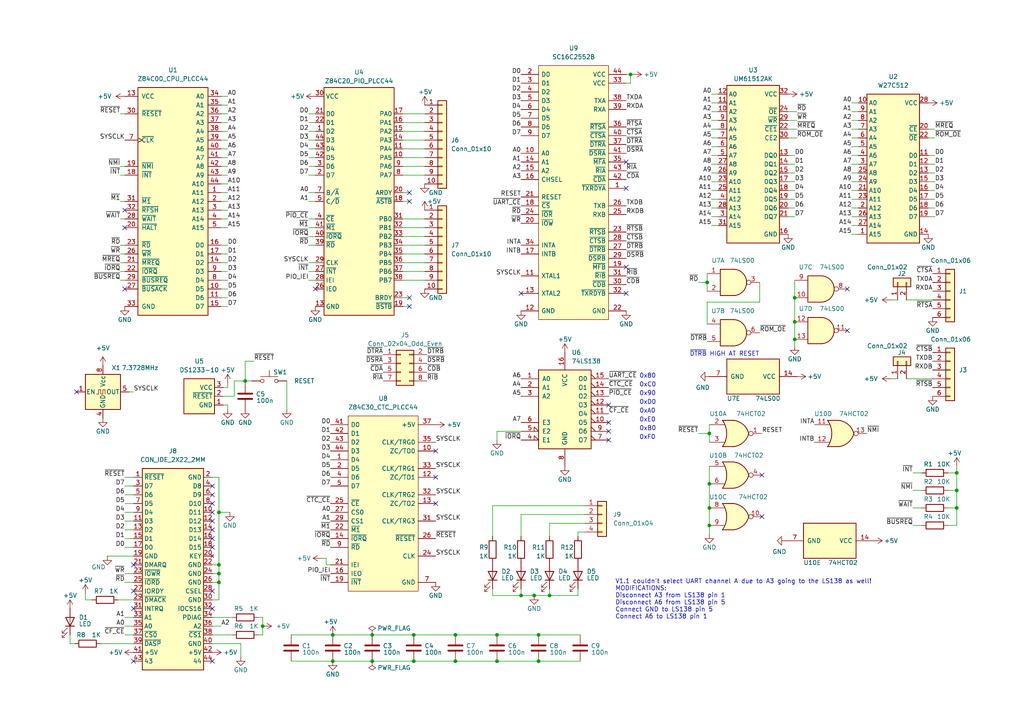
<source format=kicad_sch>
(kicad_sch (version 20231120) (generator "eeschema") (generator_version "8.0")
  (paper "A4")
  (junction (at 132.08 184.15))
  (junction (at 182.88 21.59))
  (junction (at 205.74 125.73))
  (junction (at 144.145 191.77))
  (junction (at 76.2 181.61))
  (junction (at 205.74 147.32))
  (junction (at 107.95 191.77))
  (junction (at 63.5 148.59))
  (junction (at 230.505 93.345))
  (junction (at 96.52 191.77))
  (junction (at 277.495 137.16))
  (junction (at 277.495 147.32))
  (junction (at 156.21 191.77))
  (junction (at 205.74 152.4))
  (junction (at 159.385 172.72))
  (junction (at 151.13 172.72))
  (junction (at 96.52 184.15))
  (junction (at 132.08 191.77))
  (junction (at 107.95 184.15))
  (junction (at 63.5 163.83))
  (junction (at 205.74 140.335))
  (junction (at 205.105 81.915))
  (junction (at 63.5 168.91))
  (junction (at 277.495 142.24))
  (junction (at 144.145 184.15))
  (junction (at 120.015 184.15))
  (junction (at 71.12 110.49))
  (junction (at 154.94 172.72))
  (junction (at 156.21 184.15))
  (junction (at 120.015 191.77))
  (junction (at 230.505 86.36))
  (junction (at 230.505 98.425))
  (junction (at 63.5 166.37))
  (no_connect (at 176.53 122.555))
  (no_connect (at 91.44 83.82))
  (no_connect (at 181.61 85.09))
  (no_connect (at 126.365 138.43))
  (no_connect (at 36.195 66.04))
  (no_connect (at 61.595 148.59))
  (no_connect (at 38.735 163.83))
  (no_connect (at 61.595 176.53))
  (no_connect (at 38.735 176.53))
  (no_connect (at 245.745 83.82))
  (no_connect (at 22.225 113.665))
  (no_connect (at 61.595 171.45))
  (no_connect (at 38.735 191.77))
  (no_connect (at 220.98 149.86))
  (no_connect (at 181.61 46.99))
  (no_connect (at 118.745 86.36))
  (no_connect (at 181.61 77.47))
  (no_connect (at 61.595 191.77))
  (no_connect (at 61.595 151.13))
  (no_connect (at 245.745 95.885))
  (no_connect (at 61.595 153.67))
  (no_connect (at 61.595 156.21))
  (no_connect (at 61.595 146.05))
  (no_connect (at 61.595 140.97))
  (no_connect (at 151.13 85.09))
  (no_connect (at 220.98 137.795))
  (no_connect (at 118.745 88.9))
  (no_connect (at 36.195 60.96))
  (no_connect (at 36.195 83.82))
  (no_connect (at 126.365 146.05))
  (no_connect (at 176.53 125.095))
  (no_connect (at 118.745 55.88))
  (no_connect (at 181.61 54.61))
  (no_connect (at 61.595 143.51))
  (no_connect (at 118.745 58.42))
  (no_connect (at 126.365 130.81))
  (no_connect (at 176.53 127.635))
  (no_connect (at 38.735 171.45))
  (no_connect (at 61.595 158.75))
  (no_connect (at 176.53 117.475))
  (wire (pts (xy 116.84 40.64) (xy 123.19 40.64)))
  (wire (pts (xy 156.21 191.77) (xy 168.275 191.77)))
  (wire (pts (xy 34.925 33.02) (xy 36.195 33.02)))
  (wire (pts (xy 228.6 57.785) (xy 230.505 57.785)))
  (wire (pts (xy 73.025 110.49) (xy 71.12 110.49)))
  (wire (pts (xy 182.88 24.13) (xy 182.88 21.59)))
  (wire (pts (xy 274.955 147.32) (xy 277.495 147.32)))
  (wire (pts (xy 89.535 38.1) (xy 91.44 38.1)))
  (wire (pts (xy 159.385 170.815) (xy 159.385 172.72)))
  (wire (pts (xy 228.6 34.925) (xy 231.14 34.925)))
  (wire (pts (xy 89.535 48.26) (xy 91.44 48.26)))
  (wire (pts (xy 67.945 110.49) (xy 71.12 110.49)))
  (wire (pts (xy 206.375 65.405) (xy 208.28 65.405)))
  (wire (pts (xy 274.955 152.4) (xy 277.495 152.4)))
  (wire (pts (xy 36.195 168.91) (xy 38.735 168.91)))
  (wire (pts (xy 264.795 147.32) (xy 267.335 147.32)))
  (wire (pts (xy 142.875 146.685) (xy 142.875 155.575)))
  (wire (pts (xy 169.545 146.685) (xy 142.875 146.685)))
  (wire (pts (xy 206.375 34.925) (xy 208.28 34.925)))
  (wire (pts (xy 247.015 50.165) (xy 248.92 50.165)))
  (wire (pts (xy 206.375 45.085) (xy 208.28 45.085)))
  (wire (pts (xy 228.6 55.245) (xy 230.505 55.245)))
  (wire (pts (xy 36.195 148.59) (xy 38.735 148.59)))
  (wire (pts (xy 202.565 81.915) (xy 205.105 81.915)))
  (wire (pts (xy 36.195 181.61) (xy 38.735 181.61)))
  (wire (pts (xy 83.185 110.49) (xy 83.185 118.745)))
  (wire (pts (xy 247.015 42.545) (xy 248.92 42.545)))
  (wire (pts (xy 64.135 50.8) (xy 66.04 50.8)))
  (wire (pts (xy 107.95 191.77) (xy 120.015 191.77)))
  (wire (pts (xy 230.505 81.28) (xy 230.505 86.36)))
  (wire (pts (xy 144.145 184.15) (xy 156.21 184.15)))
  (wire (pts (xy 120.015 184.15) (xy 132.08 184.15)))
  (wire (pts (xy 24.765 172.085) (xy 24.765 173.99)))
  (wire (pts (xy 76.2 179.07) (xy 74.93 179.07)))
  (wire (pts (xy 247.015 29.845) (xy 248.92 29.845)))
  (wire (pts (xy 258.445 86.995) (xy 260.35 86.995)))
  (wire (pts (xy 169.545 149.225) (xy 151.13 149.225)))
  (wire (pts (xy 116.84 45.72) (xy 123.19 45.72)))
  (wire (pts (xy 247.015 60.325) (xy 248.92 60.325)))
  (wire (pts (xy 205.105 81.915) (xy 205.105 84.455)))
  (wire (pts (xy 167.64 172.72) (xy 167.64 170.815)))
  (wire (pts (xy 34.925 76.2) (xy 36.195 76.2)))
  (wire (pts (xy 64.135 58.42) (xy 66.04 58.42)))
  (wire (pts (xy 74.93 184.15) (xy 76.2 184.15)))
  (wire (pts (xy 116.84 33.02) (xy 123.19 33.02)))
  (wire (pts (xy 67.945 110.49) (xy 67.945 114.935)))
  (wire (pts (xy 169.545 151.765) (xy 159.385 151.765)))
  (wire (pts (xy 247.015 65.405) (xy 248.92 65.405)))
  (wire (pts (xy 64.135 78.74) (xy 66.04 78.74)))
  (wire (pts (xy 89.535 71.12) (xy 91.44 71.12)))
  (wire (pts (xy 269.24 55.245) (xy 271.145 55.245)))
  (wire (pts (xy 116.84 43.18) (xy 123.19 43.18)))
  (wire (pts (xy 144.145 191.77) (xy 156.21 191.77)))
  (wire (pts (xy 228.6 50.165) (xy 230.505 50.165)))
  (wire (pts (xy 34.925 73.66) (xy 36.195 73.66)))
  (wire (pts (xy 36.195 138.43) (xy 38.735 138.43)))
  (wire (pts (xy 89.535 81.28) (xy 91.44 81.28)))
  (wire (pts (xy 66.04 117.475) (xy 66.04 118.745)))
  (wire (pts (xy 36.195 179.07) (xy 38.735 179.07)))
  (wire (pts (xy 206.375 57.785) (xy 208.28 57.785)))
  (wire (pts (xy 228.6 37.465) (xy 231.14 37.465)))
  (wire (pts (xy 67.945 114.935) (xy 64.77 114.935)))
  (wire (pts (xy 262.89 86.995) (xy 270.51 86.995)))
  (wire (pts (xy 36.195 153.67) (xy 38.735 153.67)))
  (wire (pts (xy 61.595 168.91) (xy 63.5 168.91)))
  (wire (pts (xy 34.925 71.12) (xy 36.195 71.12)))
  (wire (pts (xy 116.84 88.9) (xy 118.745 88.9)))
  (wire (pts (xy 64.135 45.72) (xy 66.04 45.72)))
  (wire (pts (xy 36.195 166.37) (xy 38.735 166.37)))
  (wire (pts (xy 277.495 147.32) (xy 277.495 142.24)))
  (wire (pts (xy 159.385 172.72) (xy 167.64 172.72)))
  (wire (pts (xy 36.195 184.15) (xy 38.735 184.15)))
  (wire (pts (xy 206.375 50.165) (xy 208.28 50.165)))
  (wire (pts (xy 258.445 109.855) (xy 260.35 109.855)))
  (wire (pts (xy 181.61 21.59) (xy 182.88 21.59)))
  (wire (pts (xy 167.64 154.305) (xy 167.64 155.575)))
  (wire (pts (xy 264.795 137.16) (xy 267.335 137.16)))
  (wire (pts (xy 247.015 67.945) (xy 248.92 67.945)))
  (wire (pts (xy 64.135 88.9) (xy 66.04 88.9)))
  (wire (pts (xy 206.375 62.865) (xy 208.28 62.865)))
  (wire (pts (xy 63.5 148.59) (xy 66.675 148.59)))
  (wire (pts (xy 205.74 140.335) (xy 205.74 147.32)))
  (wire (pts (xy 20.32 184.15) (xy 20.32 186.69)))
  (wire (pts (xy 154.94 172.72) (xy 159.385 172.72)))
  (wire (pts (xy 34.29 173.99) (xy 38.735 173.99)))
  (wire (pts (xy 36.195 143.51) (xy 38.735 143.51)))
  (wire (pts (xy 116.84 68.58) (xy 123.19 68.58)))
  (wire (pts (xy 63.5 148.59) (xy 63.5 138.43)))
  (wire (pts (xy 63.5 163.83) (xy 63.5 148.59)))
  (wire (pts (xy 277.495 135.255) (xy 277.495 137.16)))
  (wire (pts (xy 116.84 58.42) (xy 118.745 58.42)))
  (wire (pts (xy 116.84 38.1) (xy 123.19 38.1)))
  (wire (pts (xy 94.615 161.925) (xy 93.345 161.925)))
  (wire (pts (xy 61.595 184.15) (xy 67.31 184.15)))
  (wire (pts (xy 96.52 184.15) (xy 107.95 184.15)))
  (wire (pts (xy 89.535 40.64) (xy 91.44 40.64)))
  (wire (pts (xy 205.74 123.19) (xy 205.74 125.73)))
  (wire (pts (xy 228.6 47.625) (xy 230.505 47.625)))
  (wire (pts (xy 64.135 35.56) (xy 66.04 35.56)))
  (wire (pts (xy 89.535 63.5) (xy 91.44 63.5)))
  (wire (pts (xy 120.015 191.77) (xy 132.08 191.77)))
  (wire (pts (xy 264.795 142.24) (xy 267.335 142.24)))
  (wire (pts (xy 116.84 66.04) (xy 123.19 66.04)))
  (wire (pts (xy 151.13 149.225) (xy 151.13 155.575)))
  (wire (pts (xy 36.195 151.13) (xy 38.735 151.13)))
  (wire (pts (xy 262.89 109.855) (xy 270.51 109.855)))
  (wire (pts (xy 269.24 57.785) (xy 271.145 57.785)))
  (wire (pts (xy 228.6 40.005) (xy 231.14 40.005)))
  (wire (pts (xy 116.84 50.8) (xy 123.19 50.8)))
  (wire (pts (xy 34.925 50.8) (xy 36.195 50.8)))
  (wire (pts (xy 116.84 81.28) (xy 123.19 81.28)))
  (wire (pts (xy 66.04 112.395) (xy 66.04 111.125)))
  (wire (pts (xy 94.615 163.83) (xy 94.615 161.925)))
  (wire (pts (xy 69.85 186.69) (xy 69.85 190.5)))
  (wire (pts (xy 63.5 138.43) (xy 61.595 138.43)))
  (wire (pts (xy 89.535 45.72) (xy 91.44 45.72)))
  (wire (pts (xy 277.495 142.24) (xy 277.495 137.16)))
  (wire (pts (xy 76.2 184.15) (xy 76.2 181.61)))
  (wire (pts (xy 247.015 45.085) (xy 248.92 45.085)))
  (wire (pts (xy 269.24 37.465) (xy 271.145 37.465)))
  (wire (pts (xy 64.135 66.04) (xy 66.04 66.04)))
  (wire (pts (xy 64.135 27.94) (xy 66.04 27.94)))
  (wire (pts (xy 247.015 47.625) (xy 248.92 47.625)))
  (wire (pts (xy 205.74 125.73) (xy 205.74 128.27)))
  (wire (pts (xy 247.015 57.785) (xy 248.92 57.785)))
  (wire (pts (xy 61.595 181.61) (xy 64.135 181.61)))
  (wire (pts (xy 76.2 181.61) (xy 76.2 179.07)))
  (wire (pts (xy 228.6 60.325) (xy 230.505 60.325)))
  (wire (pts (xy 206.375 47.625) (xy 208.28 47.625)))
  (wire (pts (xy 151.13 125.095) (xy 144.145 125.095)))
  (wire (pts (xy 181.61 24.13) (xy 182.88 24.13)))
  (wire (pts (xy 63.5 166.37) (xy 63.5 168.91)))
  (wire (pts (xy 269.24 40.005) (xy 271.145 40.005)))
  (wire (pts (xy 71.12 104.775) (xy 71.12 110.49)))
  (wire (pts (xy 89.535 58.42) (xy 91.44 58.42)))
  (wire (pts (xy 89.535 76.2) (xy 91.44 76.2)))
  (wire (pts (xy 247.015 34.925) (xy 248.92 34.925)))
  (wire (pts (xy 64.135 33.02) (xy 66.04 33.02)))
  (wire (pts (xy 151.13 172.72) (xy 154.94 172.72)))
  (wire (pts (xy 64.135 60.96) (xy 66.04 60.96)))
  (wire (pts (xy 264.795 152.4) (xy 267.335 152.4)))
  (wire (pts (xy 64.135 30.48) (xy 66.04 30.48)))
  (wire (pts (xy 63.5 166.37) (xy 61.595 166.37)))
  (wire (pts (xy 64.135 81.28) (xy 66.04 81.28)))
  (wire (pts (xy 63.5 163.83) (xy 63.5 166.37)))
  (wire (pts (xy 64.135 48.26) (xy 66.04 48.26)))
  (wire (pts (xy 206.375 60.325) (xy 208.28 60.325)))
  (wire (pts (xy 205.74 135.255) (xy 205.74 140.335)))
  (wire (pts (xy 116.84 55.88) (xy 118.745 55.88)))
  (wire (pts (xy 269.24 52.705) (xy 271.145 52.705)))
  (wire (pts (xy 107.95 184.15) (xy 120.015 184.15)))
  (wire (pts (xy 84.455 184.15) (xy 96.52 184.15)))
  (wire (pts (xy 38.735 113.665) (xy 37.465 113.665)))
  (wire (pts (xy 142.875 170.815) (xy 142.875 172.72)))
  (wire (pts (xy 89.535 43.18) (xy 91.44 43.18)))
  (wire (pts (xy 64.135 86.36) (xy 66.04 86.36)))
  (wire (pts (xy 63.5 168.91) (xy 63.5 173.99)))
  (wire (pts (xy 64.77 112.395) (xy 66.04 112.395)))
  (wire (pts (xy 31.115 161.29) (xy 38.735 161.29)))
  (wire (pts (xy 269.24 45.085) (xy 271.145 45.085)))
  (wire (pts (xy 116.84 71.12) (xy 123.19 71.12)))
  (wire (pts (xy 269.24 62.865) (xy 271.145 62.865)))
  (wire (pts (xy 64.135 40.64) (xy 66.04 40.64)))
  (wire (pts (xy 220.345 87.63) (xy 205.105 87.63)))
  (wire (pts (xy 64.77 117.475) (xy 66.04 117.475)))
  (wire (pts (xy 64.135 55.88) (xy 66.04 55.88)))
  (wire (pts (xy 206.375 40.005) (xy 208.28 40.005)))
  (wire (pts (xy 151.13 170.815) (xy 151.13 172.72)))
  (wire (pts (xy 89.535 35.56) (xy 91.44 35.56)))
  (wire (pts (xy 34.925 58.42) (xy 36.195 58.42)))
  (wire (pts (xy 206.375 32.385) (xy 208.28 32.385)))
  (wire (pts (xy 274.955 142.24) (xy 277.495 142.24)))
  (wire (pts (xy 247.015 55.245) (xy 248.92 55.245)))
  (wire (pts (xy 116.84 78.74) (xy 123.19 78.74)))
  (wire (pts (xy 142.875 172.72) (xy 151.13 172.72)))
  (wire (pts (xy 89.535 66.04) (xy 91.44 66.04)))
  (wire (pts (xy 64.135 63.5) (xy 66.04 63.5)))
  (wire (pts (xy 269.24 47.625) (xy 271.145 47.625)))
  (wire (pts (xy 89.535 55.88) (xy 91.44 55.88)))
  (wire (pts (xy 247.015 32.385) (xy 248.92 32.385)))
  (wire (pts (xy 34.925 78.74) (xy 36.195 78.74)))
  (wire (pts (xy 132.08 184.15) (xy 144.145 184.15)))
  (wire (pts (xy 156.21 184.15) (xy 168.275 184.15)))
  (wire (pts (xy 84.455 191.77) (xy 96.52 191.77)))
  (wire (pts (xy 89.535 68.58) (xy 91.44 68.58)))
  (wire (pts (xy 182.88 21.59) (xy 183.515 21.59)))
  (wire (pts (xy 21.59 186.69) (xy 20.32 186.69)))
  (wire (pts (xy 247.015 52.705) (xy 248.92 52.705)))
  (wire (pts (xy 205.74 147.32) (xy 205.74 152.4)))
  (wire (pts (xy 64.135 76.2) (xy 66.04 76.2)))
  (wire (pts (xy 116.84 73.66) (xy 123.19 73.66)))
  (wire (pts (xy 64.135 43.18) (xy 66.04 43.18)))
  (wire (pts (xy 230.505 93.345) (xy 230.505 98.425)))
  (wire (pts (xy 228.6 52.705) (xy 230.505 52.705)))
  (wire (pts (xy 116.84 76.2) (xy 123.19 76.2)))
  (wire (pts (xy 64.135 38.1) (xy 66.04 38.1)))
  (wire (pts (xy 116.84 63.5) (xy 123.19 63.5)))
  (wire (pts (xy 220.345 81.915) (xy 220.345 87.63)))
  (wire (pts (xy 61.595 179.07) (xy 67.31 179.07)))
  (wire (pts (xy 247.015 37.465) (xy 248.92 37.465)))
  (wire (pts (xy 269.24 60.325) (xy 271.145 60.325)))
  (wire (pts (xy 61.595 163.83) (xy 63.5 163.83)))
  (wire (pts (xy 61.595 173.99) (xy 63.5 173.99)))
  (wire (pts (xy 64.135 71.12) (xy 66.04 71.12)))
  (wire (pts (xy 89.535 33.02) (xy 91.44 33.02)))
  (wire (pts (xy 36.195 158.75) (xy 38.735 158.75)))
  (wire (pts (xy 36.195 140.97) (xy 38.735 140.97)))
  (wire (pts (xy 269.24 50.165) (xy 271.145 50.165)))
  (wire (pts (xy 95.885 163.83) (xy 94.615 163.83)))
  (wire (pts (xy 205.105 87.63) (xy 205.105 93.98)))
  (wire (pts (xy 61.595 186.69) (xy 69.85 186.69)))
  (wire (pts (xy 34.925 48.26) (xy 36.195 48.26)))
  (wire (pts (xy 169.545 154.305) (xy 167.64 154.305)))
  (wire (pts (xy 159.385 151.765) (xy 159.385 155.575)))
  (wire (pts (xy 228.6 62.865) (xy 230.505 62.865)))
  (wire (pts (xy 277.495 137.16) (xy 274.955 137.16)))
  (wire (pts (xy 277.495 152.4) (xy 277.495 147.32)))
  (wire (pts (xy 36.195 156.21) (xy 38.735 156.21)))
  (wire (pts (xy 71.12 110.49) (xy 71.12 111.125)))
  (wire (pts (xy 247.015 62.865) (xy 248.92 62.865)))
  (wire (pts (xy 89.535 78.74) (xy 91.44 78.74)))
  (wire (pts (xy 206.375 29.845) (xy 208.28 29.845)))
  (wire (pts (xy 89.535 50.8) (xy 91.44 50.8)))
  (wire (pts (xy 206.375 42.545) (xy 208.28 42.545)))
  (wire (pts (xy 144.145 125.095) (xy 144.145 127.635)))
  (wire (pts (xy 206.375 52.705) (xy 208.28 52.705)))
  (wire (pts (xy 34.925 81.28) (xy 36.195 81.28)))
  (wire (pts (xy 132.08 191.77) (xy 144.145 191.77)))
  (wire (pts (xy 26.67 173.99) (xy 24.765 173.99)))
  (wire (pts (xy 202.565 125.73) (xy 205.74 125.73)))
  (wire (pts (xy 116.84 48.26) (xy 123.19 48.26)))
  (wire (pts (xy 228.6 32.385) (xy 231.14 32.385)))
  (wire (pts (xy 96.52 191.77) (xy 107.95 191.77)))
  (wire (pts (xy 230.505 98.425) (xy 230.505 100.33)))
  (wire (pts (xy 73.66 104.775) (xy 71.12 104.775)))
  (wire (pts (xy 230.505 86.36) (xy 230.505 93.345)))
  (wire (pts (xy 36.195 146.05) (xy 38.735 146.05)))
  (wire (pts (xy 206.375 27.305) (xy 208.28 27.305)))
  (wire (pts (xy 205.74 152.4) (xy 205.74 154.94)))
  (wire (pts (xy 29.21 186.69) (xy 38.735 186.69)))
  (wire (pts (xy 228.6 45.085) (xy 230.505 45.085)))
  (wire (pts (xy 205.105 79.375) (xy 205.105 81.915)))
  (wire (pts (xy 64.135 83.82) (xy 66.04 83.82)))
  (wire (pts (xy 206.375 55.245) (xy 208.28 55.245)))
  (wire (pts (xy 64.135 73.66) (xy 66.04 73.66)))
  (wire (pts (xy 116.84 35.56) (xy 123.19 35.56)))
  (wire (pts (xy 34.925 63.5) (xy 36.195 63.5)))
  (wire (pts (xy 206.375 37.465) (xy 208.28 37.465)))
  (wire (pts (xy 64.135 53.34) (xy 66.04 53.34)))
  (wire (pts (xy 247.015 40.005) (xy 248.92 40.005)))
  (wire (pts (xy 116.84 86.36) (xy 118.745 86.36)))
  (text "0xC0" (at 185.42 112.395 0) (effects (font (size 1.27 1.27)) (justify left bottom)))
  (text "0x80" (at 185.42 109.855 0) (effects (font (size 1.27 1.27)) (justify left bottom)))
  (text "0xE0" (at 185.42 122.555 0) (effects (font (size 1.27 1.27)) (justify left bottom)))
  (text "0xA0" (at 185.42 120.015 0) (effects (font (size 1.27 1.27)) (justify left bottom)))
  (text "0xD0" (at 185.42 117.475 0) (effects (font (size 1.27 1.27)) (justify left bottom)))
  (text "V1.1 couldn't select UART channel A due to A3 going to the LS138 as well!\nMODIFICATIONS:\nDisconnect A3 from LS138 pin 1\nDisconnect A6 from LS138 pin 5\nConnect GND to LS138 pin 5\nConnect A6 to LS138 pin 1" (at 178.435 179.705 0) (effects (font (size 1.27 1.27)) (justify left bottom)))
  (text "0xB0" (at 185.42 125.095 0) (effects (font (size 1.27 1.27)) (justify left bottom)))
  (text "0xF0" (at 185.42 127.635 0) (effects (font (size 1.27 1.27)) (justify left bottom)))
  (text "~{DTRB} HIGH AT RESET" (at 200.025 103.505 0) (effects (font (size 1.27 1.27)) (justify left bottom)))
  (text "0x90" (at 185.42 114.935 0) (effects (font (size 1.27 1.27)) (justify left bottom)))
  (label "A8" (at 247.015 50.165 180))
  (label "INTB" (at 151.13 73.66 180))
  (label "~{CDB}" (at 181.61 82.55 0))
  (label "~{RIA}" (at 111.125 110.49 180))
  (label "PIO_IEI" (at 89.535 81.28 180))
  (label "A7" (at 151.13 122.555 180))
  (label "D7" (at 151.13 39.37 180))
  (label "TXDB" (at 270.51 104.775 180))
  (label "A10" (at 206.375 52.705 180))
  (label "~{CTSB}" (at 270.51 102.235 180))
  (label "~{IORQ}" (at 34.925 78.74 180))
  (label "~{CTSB}" (at 181.61 69.85 0))
  (label "D2" (at 89.535 38.1 180))
  (label "A3" (at 151.13 52.07 180))
  (label "INTA" (at 236.22 123.19 180))
  (label "D2" (at 36.195 153.67 180))
  (label "A4" (at 151.13 112.395 180))
  (label "D4" (at 36.195 148.59 180))
  (label "A10" (at 66.04 53.34 0))
  (label "~{RD}" (at 231.14 32.385 0))
  (label "~{RD}" (at 202.565 81.915 180))
  (label "A0" (at 66.04 27.94 0))
  (label "A2" (at 247.015 34.925 180))
  (label "A7" (at 206.375 45.085 180))
  (label "D6" (at 230.505 60.325 0))
  (label "D3" (at 230.505 52.705 0))
  (label "A3" (at 206.375 34.925 180))
  (label "~{INT}" (at 264.795 137.16 180))
  (label "A1" (at 95.885 151.13 180))
  (label "D7" (at 36.195 140.97 180))
  (label "A2" (at 151.13 49.53 180))
  (label "D4" (at 151.13 31.75 180))
  (label "SYSCLK" (at 36.195 40.64 180))
  (label "D5" (at 151.13 34.29 180))
  (label "D6" (at 66.04 86.36 0))
  (label "~{RD}" (at 36.195 168.91 180))
  (label "~{WR}" (at 34.925 73.66 180))
  (label "~{CDA}" (at 181.61 52.07 0))
  (label "D5" (at 230.505 57.785 0))
  (label "D1" (at 151.13 24.13 180))
  (label "A3" (at 66.04 35.56 0))
  (label "D0" (at 66.04 71.12 0))
  (label "SYSCLK" (at 126.365 143.51 0))
  (label "D3" (at 271.145 52.705 0))
  (label "D6" (at 36.195 143.51 180))
  (label "D3" (at 151.13 29.21 180))
  (label "D5" (at 95.885 135.89 180))
  (label "~{M1}" (at 34.925 58.42 180))
  (label "~{IORQ}" (at 95.885 156.21 180))
  (label "~{BUSREQ}" (at 264.795 152.4 180))
  (label "~{RD}" (at 89.535 71.12 180))
  (label "~{NMI}" (at 34.925 48.26 180))
  (label "A11" (at 66.04 55.88 0))
  (label "~{RTSB}" (at 270.51 112.395 180))
  (label "D3" (at 95.885 130.81 180))
  (label "~{INT}" (at 34.925 50.8 180))
  (label "D7" (at 271.145 62.865 0))
  (label "A4" (at 206.375 37.465 180))
  (label "A0" (at 95.885 148.59 180))
  (label "D2" (at 66.04 76.2 0))
  (label "A8" (at 206.375 47.625 180))
  (label "A0" (at 36.195 181.61 180))
  (label "~{DSRA}" (at 181.61 44.45 0))
  (label "~{RD}" (at 151.13 62.23 180))
  (label "~{DSRB}" (at 181.61 74.93 0))
  (label "~{CDA}" (at 111.125 107.95 180))
  (label "SYSCLK" (at 38.735 113.665 0))
  (label "A14" (at 206.375 62.865 180))
  (label "A15" (at 206.375 65.405 180))
  (label "~{DTRB}" (at 205.105 99.06 180))
  (label "~{ROM_OE}" (at 220.345 96.52 0))
  (label "~{WAIT}" (at 264.795 147.32 180))
  (label "D2" (at 230.505 50.165 0))
  (label "~{RD}" (at 34.925 71.12 180))
  (label "A1" (at 36.195 179.07 180))
  (label "D1" (at 66.04 73.66 0))
  (label "D4" (at 230.505 55.245 0))
  (label "~{M1}" (at 95.885 153.67 180))
  (label "~{RESET}" (at 73.66 104.775 0))
  (label "D7" (at 66.04 88.9 0))
  (label "~{INT}" (at 89.535 78.74 180))
  (label "~{UART_CE}" (at 151.13 59.69 180))
  (label "~{WAIT}" (at 34.925 63.5 180))
  (label "A5" (at 66.04 40.64 0))
  (label "D1" (at 95.885 125.73 180))
  (label "~{CF_CE}" (at 36.195 184.15 180))
  (label "~{DTRA}" (at 111.125 102.87 180))
  (label "A1" (at 247.015 32.385 180))
  (label "A7" (at 66.04 45.72 0))
  (label "D0" (at 230.505 45.085 0))
  (label "D4" (at 66.04 81.28 0))
  (label "D4" (at 95.885 133.35 180))
  (label "D5" (at 271.145 57.785 0))
  (label "A13" (at 66.04 60.96 0))
  (label "A9" (at 66.04 50.8 0))
  (label "A15" (at 247.015 67.945 180))
  (label "~{MREQ}" (at 231.14 37.465 0))
  (label "A2" (at 64.135 181.61 0))
  (label "D3" (at 66.04 78.74 0))
  (label "A5" (at 151.13 114.935 180))
  (label "SYSCLK" (at 126.365 151.13 0))
  (label "~{CTSA}" (at 181.61 39.37 0))
  (label "D0" (at 95.885 123.19 180))
  (label "A4" (at 66.04 38.1 0))
  (label "D6" (at 151.13 36.83 180))
  (label "~{MREQ}" (at 34.925 76.2 180))
  (label "~{RTSB}" (at 181.61 67.31 0))
  (label "A15" (at 66.04 66.04 0))
  (label "~{ROM_OE}" (at 231.14 40.005 0))
  (label "~{UART_CE}" (at 176.53 109.855 0))
  (label "A1" (at 206.375 29.845 180))
  (label "SYSCLK" (at 126.365 128.27 0))
  (label "~{CDB}" (at 123.825 107.95 0))
  (label "A0" (at 247.015 29.845 180))
  (label "D1" (at 36.195 156.21 180))
  (label "D0" (at 36.195 158.75 180))
  (label "~{NMI}" (at 264.795 142.24 180))
  (label "A6" (at 206.375 42.545 180))
  (label "A14" (at 247.015 65.405 180))
  (label "~{WR}" (at 36.195 166.37 180))
  (label "A7" (at 247.015 47.625 180))
  (label "~{CTC_CE}" (at 95.885 146.05 180))
  (label "RESET" (at 220.98 125.73 0))
  (label "A2" (at 206.375 32.385 180))
  (label "D7" (at 89.535 50.8 180))
  (label "~{IORQ}" (at 151.13 127.635 180))
  (label "~{NMI}" (at 251.46 125.73 0))
  (label "~{DSRB}" (at 123.825 105.41 0))
  (label "D0" (at 271.145 45.085 0))
  (label "A14" (at 66.04 63.5 0))
  (label "~{CTC_CE}" (at 176.53 112.395 0))
  (label "A2" (at 66.04 33.02 0))
  (label "PIO_IEI" (at 95.885 166.37 180))
  (label "~{MREQ}" (at 271.145 37.465 0))
  (label "~{DTRB}" (at 123.825 102.87 0))
  (label "RXDA" (at 270.51 84.455 180))
  (label "A4" (at 247.015 40.005 180))
  (label "~{RIB}" (at 181.61 80.01 0))
  (label "~{DTRA}" (at 181.61 41.91 0))
  (label "RESET" (at 151.13 57.15 180))
  (label "D4" (at 89.535 43.18 180))
  (label "RXDB" (at 181.61 62.23 0))
  (label "D2" (at 151.13 26.67 180))
  (label "A9" (at 206.375 50.165 180))
  (label "~{INT}" (at 95.885 168.91 180))
  (label "SYSCLK" (at 89.535 76.2 180))
  (label "TXDA" (at 270.51 81.915 180))
  (label "~{WR}" (at 231.14 34.925 0))
  (label "D3" (at 36.195 151.13 180))
  (label "~{CF_CE}" (at 176.53 120.015 0))
  (label "~{RESET}" (at 126.365 156.21 0))
  (label "A1" (at 89.535 58.42 180))
  (label "~{RESET}" (at 202.565 125.73 180))
  (label "~{RESET}" (at 36.195 138.43 180))
  (label "~{BUSREQ}" (at 34.925 81.28 180))
  (label "SYSCLK" (at 151.13 80.01 180))
  (label "~{IORQ}" (at 89.535 68.58 180))
  (label "~{CTSA}" (at 270.51 79.375 180))
  (label "A8" (at 66.04 48.26 0))
  (label "A5" (at 206.375 40.005 180))
  (label "~{DSRA}" (at 111.125 105.41 180))
  (label "A13" (at 247.015 62.865 180))
  (label "A0" (at 151.13 44.45 180))
  (label "A1" (at 151.13 46.99 180))
  (label "D5" (at 89.535 45.72 180))
  (label "~{RESET}" (at 34.925 33.02 180))
  (label "~{DTRB}" (at 181.61 72.39 0))
  (label "A11" (at 247.015 57.785 180))
  (label "RXDA" (at 181.61 31.75 0))
  (label "A6" (at 151.13 109.855 180))
  (label "A3" (at 247.015 37.465 180))
  (label "~{RIA}" (at 181.61 49.53 0))
  (label "D5" (at 36.195 146.05 180))
  (label "~{RIB}" (at 123.825 110.49 0))
  (label "A0" (at 206.375 27.305 180))
  (label "D1" (at 271.145 47.625 0))
  (label "A12" (at 247.015 60.325 180))
  (label "D1" (at 89.535 35.56 180))
  (label "SYSCLK" (at 126.365 135.89 0))
  (label "~{M1}" (at 89.535 66.04 180))
  (label "A0" (at 89.535 55.88 180))
  (label "TXDB" (at 181.61 59.69 0))
  (label "A11" (at 206.375 55.245 180))
  (label "A10" (at 247.015 55.245 180))
  (label "D6" (at 271.145 60.325 0))
  (label "D7" (at 230.505 62.865 0))
  (label "D2" (at 95.885 128.27 180))
  (label "D0" (at 151.13 21.59 180))
  (label "~{RTSA}" (at 270.51 89.535 180))
  (label "A9" (at 247.015 52.705 180))
  (label "~{RD}" (at 95.885 158.75 180))
  (label "D2" (at 271.145 50.165 0))
  (label "A12" (at 206.375 57.785 180))
  (label "INTB" (at 236.22 128.27 180))
  (label "~{ROM_OE}" (at 271.145 40.005 0))
  (label "INTA" (at 151.13 71.12 180))
  (label "D6" (at 89.535 48.26 180))
  (label "A12" (at 66.04 58.42 0))
  (label "~{PIO_CE}" (at 176.53 114.935 0))
  (label "~{RTSA}" (at 181.61 36.83 0))
  (label "TXDA" (at 181.61 29.21 0))
  (label "RXDB" (at 270.51 107.315 180))
  (label "A1" (at 66.04 30.48 0))
  (label "D6" (at 95.885 138.43 180))
  (label "A5" (at 247.015 42.545 180))
  (label "~{PIO_CE}" (at 89.535 63.5 180))
  (label "SYSCLK" (at 126.365 161.29 0))
  (label "A6" (at 66.04 43.18 0))
  (label "D1" (at 230.505 47.625 0))
  (label "D3" (at 89.535 40.64 180))
  (label "~{WR}" (at 151.13 64.77 180))
  (label "D7" (at 95.885 140.97 180))
  (label "A6" (at 247.015 45.085 180))
  (label "A13" (at 206.375 60.325 180))
  (label "D0" (at 89.535 33.02 180))
  (label "D5" (at 66.04 83.82 0))
  (label "D4" (at 271.145 55.245 0))
  (symbol (lib_id "power:+5V") (at 269.24 29.845 270) (unit 1)
    (property "Reference" "#PWR07" (effects (hide yes)))
    (property "Value" "+5V" (at 272.415 29.845 90) (effects (justify left)))
  )
  (symbol (lib_id "power:GND") (at 31.115 161.29 0) (unit 1)
    (property "Reference" "#PWR040" (effects (hide yes)))
    (property "Value" "GND" (at 28.575 164.465 0))
  )
  (symbol (lib_id "power:GND") (at 71.12 118.745 0) (unit 1)
    (property "Reference" "#PWR019" (effects (hide yes)))
    (property "Value" "GND" (at 71.12 122.555 0))
  )
  (symbol (lib_id "MyLibrary2023:Z84C30_CTC_PLCC44") (at 100.965 121.92 0) (unit 1)
    (property "Reference" "U8" (at 111.125 115.57 0))
    (property "Value" "Z84C30_CTC_PLCC44" (at 111.125 118.11 0))
    (property "Footprint" "Package_LCC:PLCC-44_THT-Socket" (effects (hide yes)))
    (property "Description" "Z8430 Zilog CTC" (effects (hide yes)))
    (property "Manufacturer_Name" "Zilog" (effects (hide yes)))
    (property "Manufacturer_Part_Number" "Z84C3010PEG" (effects (hide yes)))
  )
  (symbol (lib_id "power:+5V") (at 277.495 135.255 0) (unit 1)
    (property "Reference" "#PWR015" (effects (hide yes)))
    (property "Value" "+5V" (at 276.86 131.445 0))
  )
  (symbol (lib_id "Device:R") (at 271.145 152.4 90) (unit 1)
    (property "Reference" "R4" (at 269.24 149.86 90))
    (property "Value" "10K" (at 273.685 149.86 90))
    (property "Footprint" "Resistor_SMD:R_0805_2012Metric_Pad1.20x1.40mm_HandSolder" (effects (hide yes)))
  )
  (symbol (lib_id "Device:C") (at 96.52 187.96 180) (unit 1)
    (property "Reference" "C2" (at 100.965 187.325 0))
    (property "Value" "100n" (at 102.235 189.23 0))
    (property "Footprint" "Capacitor_SMD:C_0805_2012Metric_Pad1.18x1.45mm_HandSolder" (effects (hide yes)))
  )
  (symbol (lib_id "power:+5V") (at 29.845 106.045 0) (unit 1)
    (property "Reference" "#PWR020" (effects (hide yes)))
    (property "Value" "+5V" (at 29.845 100.965 0))
  )
  (symbol (lib_id "power:GND") (at 227.965 156.845 270) (unit 1)
    (property "Reference" "#PWR030" (effects (hide yes)))
    (property "Value" "GND" (at 226.06 160.02 90))
  )
  (symbol (lib_id "Device:LED") (at 167.64 167.005 270) (mirror x) (unit 1)
    (property "Reference" "D5" (at 170.18 165.735 90) (effects (justify left)))
    (property "Value" "LED" (at 170.18 167.64 90) (effects (justify left)))
    (property "Footprint" "LED_SMD:LED_0805_2012Metric_Pad1.15x1.40mm_HandSolder" (effects (hide yes)))
  )
  (symbol (lib_id "Device:LED") (at 159.385 167.005 270) (mirror x) (unit 1)
    (property "Reference" "D4" (at 161.925 165.735 90) (effects (justify left)))
    (property "Value" "LED" (at 161.925 167.64 90) (effects (justify left)))
    (property "Footprint" "LED_SMD:LED_0805_2012Metric_Pad1.15x1.40mm_HandSolder" (effects (hide yes)))
  )
  (symbol (lib_id "74xx:74LS00") (at 218.44 109.22 270) (unit 5)
    (property "Reference" "U7" (at 210.82 115.57 90) (effects (justify left)))
    (property "Value" "74LS00" (at 219.075 115.57 90) (effects (justify left)))
    (property "Footprint" "Package_DIP:DIP-14_W7.62mm_Socket" (effects (hide yes)))
    (property "Datasheet" "http://www.ti.com/lit/gpn/sn74ls00" (effects (hide yes)))
  )
  (symbol (lib_id "power:GND") (at 163.83 135.255 0) (unit 1)
    (property "Reference" "#PWR024" (effects (hide yes)))
    (property "Value" "GND" (at 163.83 139.065 0))
  )
  (symbol (lib_id "power:+5V") (at 258.445 86.995 90) (unit 1)
    (property "Reference" "#PWR026" (effects (hide yes)))
    (property "Value" "+5V" (at 254.635 86.995 90) (effects (justify left)))
  )
  (symbol (lib_id "power:+5V") (at 38.735 189.23 90) (unit 1)
    (property "Reference" "#PWR037" (effects (hide yes)))
    (property "Value" "+5V" (at 35.56 189.23 90) (effects (justify left)))
  )
  (symbol (lib_id "power:+5V") (at 96.52 184.15 0) (unit 1)
    (property "Reference" "#PWR014" (effects (hide yes)))
    (property "Value" "+5V" (at 95.885 180.34 0))
  )
  (symbol (lib_id "power:+5V") (at 76.2 181.61 270) (unit 1)
    (property "Reference" "#PWR039" (effects (hide yes)))
    (property "Value" "+5V" (at 80.01 181.61 90) (effects (justify left)))
  )
  (symbol (lib_id "74xx:74HCT02") (at 213.36 125.73 0) (unit 1)
    (property "Reference" "U10" (at 208.28 120.015 0))
    (property "Value" "74HCT02" (at 217.805 120.015 0))
    (property "Footprint" "Package_DIP:DIP-14_W7.62mm_Socket" (effects (hide yes)))
    (property "Datasheet" "http://www.ti.com/lit/gpn/sn74hct02" (effects (hide yes)))
  )
  (symbol (lib_id "Device:R") (at 271.145 137.16 90) (unit 1)
    (property "Reference" "R1" (at 269.24 134.62 90))
    (property "Value" "10K" (at 273.685 134.62 90))
    (property "Footprint" "Resistor_SMD:R_0805_2012Metric_Pad1.20x1.40mm_HandSolder" (effects (hide yes)))
  )
  (symbol (lib_id "Device:R") (at 271.145 147.32 90) (unit 1)
    (property "Reference" "R3" (at 269.24 144.78 90))
    (property "Value" "10K" (at 273.685 144.78 90))
    (property "Footprint" "Resistor_SMD:R_0805_2012Metric_Pad1.20x1.40mm_HandSolder" (effects (hide yes)))
  )
  (symbol (lib_id "power:+5V") (at 93.345 161.925 90) (unit 1)
    (property "Reference" "#PWR022" (effects (hide yes)))
    (property "Value" "+5V" (at 90.17 161.925 90) (effects (justify left)))
  )
  (symbol (lib_id "power:GND") (at 29.845 121.285 0) (unit 1)
    (property "Reference" "#PWR021" (effects (hide yes)))
    (property "Value" "GND" (at 29.845 125.095 0))
  )
  (symbol (lib_id "Device:C") (at 107.95 187.96 180) (unit 1)
    (property "Reference" "C3" (at 112.395 187.325 0))
    (property "Value" "100n" (at 113.665 189.23 0))
    (property "Footprint" "Capacitor_SMD:C_0805_2012Metric_Pad1.18x1.45mm_HandSolder" (effects (hide yes)))
  )
  (symbol (lib_id "Device:LED") (at 20.32 180.34 270) (mirror x) (unit 1)
    (property "Reference" "D1" (at 22.86 179.07 90) (effects (justify left)))
    (property "Value" "LED" (at 22.86 180.975 90) (effects (justify left)))
    (property "Footprint" "LED_SMD:LED_0805_2012Metric_Pad1.15x1.40mm_HandSolder" (effects (hide yes)))
  )
  (symbol (lib_id "Connector_Generic:Conn_01x10") (at 128.27 40.64 0) (unit 1)
    (property "Reference" "J6" (at 130.81 40.64 0) (effects (justify left)))
    (property "Value" "Conn_01x10" (at 130.81 43.18 0) (effects (justify left)))
    (property "Footprint" "Connector_PinHeader_2.54mm:PinHeader_1x10_P2.54mm_Vertical" (effects (hide yes)))
  )
  (symbol (lib_id "Device:C") (at 71.12 114.935 180) (unit 1)
    (property "Reference" "C5" (at 75.565 114.3 0))
    (property "Value" "100n" (at 76.835 116.205 0))
    (property "Footprint" "Capacitor_SMD:C_0805_2012Metric_Pad1.18x1.45mm_HandSolder" (effects (hide yes)))
  )
  (symbol (lib_id "Connector_Generic:Conn_01x06") (at 275.59 84.455 0) (unit 1)
    (property "Reference" "J1" (at 278.13 84.455 0) (effects (justify left)))
    (property "Value" "Conn_01x06" (at 269.875 75.565 0) (effects (justify left)))
    (property "Footprint" "Connector_PinHeader_2.54mm:PinHeader_1x06_P2.54mm_Vertical" (effects (hide yes)))
  )
  (symbol (lib_id "MyLibrary2023:2MM_44PIN_IDE") (at 50.165 148.59 0) (unit 1)
    (property "Reference" "J8" (at 50.165 130.81 0))
    (property "Value" "CON_IDE_2X22_2MM" (at 50.165 133.35 0))
    (property "Footprint" "MyLibrary2023:CompactFlashHeader_2x22_P2.00mm_Vertical" (effects (hide yes)))
  )
  (symbol (lib_id "Device:LED") (at 142.875 167.005 270) (mirror x) (unit 1)
    (property "Reference" "D2" (at 145.415 165.735 90) (effects (justify left)))
    (property "Value" "LED" (at 145.415 167.64 90) (effects (justify left)))
    (property "Footprint" "LED_SMD:LED_0805_2012Metric_Pad1.15x1.40mm_HandSolder" (effects (hide yes)))
  )
  (symbol (lib_id "power:GND") (at 270.51 114.935 0) (unit 1)
    (property "Reference" "#PWR027" (effects (hide yes)))
    (property "Value" "GND" (at 270.51 118.745 0))
  )
  (symbol (lib_id "power:GND") (at 83.185 118.745 0) (unit 1)
    (property "Reference" "#PWR018" (effects (hide yes)))
    (property "Value" "GND" (at 83.185 122.555 0))
  )
  (symbol (lib_id "Device:C") (at 144.145 187.96 180) (unit 1)
    (property "Reference" "C6" (at 148.59 187.325 0))
    (property "Value" "100n" (at 149.86 189.23 0))
    (property "Footprint" "Capacitor_SMD:C_0805_2012Metric_Pad1.18x1.45mm_HandSolder" (effects (hide yes)))
  )
  (symbol (lib_id "power:+5V") (at 36.195 27.94 90) (unit 1)
    (property "Reference" "#PWR011" (effects (hide yes)))
    (property "Value" "+5V" (at 32.385 27.94 90) (effects (justify left)))
  )
  (symbol (lib_id "74xx:74LS00") (at 238.125 83.82 0) (unit 3)
    (property "Reference" "U7" (at 233.68 77.47 0))
    (property "Value" "74LS00" (at 241.3 77.47 0))
    (property "Footprint" "Package_DIP:DIP-14_W7.62mm_Socket" (effects (hide yes)))
    (property "Datasheet" "http://www.ti.com/lit/gpn/sn74ls00" (effects (hide yes)))
  )
  (symbol (lib_id "MyLibrary2023:Z84C20_PIO_PLCC44") (at 93.98 30.48 0) (unit 1)
    (property "Reference" "U4" (at 104.14 20.955 0))
    (property "Value" "Z84C20_PIO_PLCC44" (at 104.14 23.495 0))
    (property "Footprint" "Package_LCC:PLCC-44_THT-Socket" (effects (hide yes)))
  )
  (symbol (lib_id "power:GND") (at 123.19 83.82 0) (unit 1)
    (property "Reference" "#PWR031" (effects (hide yes)))
    (property "Value" "GND" (at 126.365 86.36 0))
  )
  (symbol (lib_id "power:+5V") (at 24.765 172.085 0) (unit 1)
    (property "Reference" "#PWR041" (effects (hide yes)))
    (property "Value" "+5V" (at 24.765 168.275 0))
  )
  (symbol (lib_id "power:GND") (at 66.04 118.745 0) (unit 1)
    (property "Reference" "#PWR016" (effects (hide yes)))
    (property "Value" "GND" (at 66.04 122.555 0))
  )
  (symbol (lib_id "power:GND") (at 66.675 148.59 0) (unit 1)
    (property "Reference" "#PWR035" (effects (hide yes)))
    (property "Value" "GND" (at 66.675 152.4 0))
  )
  (symbol (lib_id "power:GND") (at 69.85 190.5 0) (unit 1)
    (property "Reference" "#PWR038" (effects (hide yes)))
    (property "Value" "GND" (at 69.85 194.31 0))
  )
  (symbol (lib_id "power:+5V") (at 66.04 111.125 0) (unit 1)
    (property "Reference" "#PWR017" (effects (hide yes)))
    (property "Value" "+5V" (at 66.04 107.315 0))
  )
  (symbol (lib_id "power:PWR_FLAG") (at 107.95 184.15 0) (unit 1)
    (property "Reference" "#FLG01" (effects (hide yes)))
    (property "Value" "PWR_FLAG" (at 114.3 182.245 0))
  )
  (symbol (lib_id "MyLibrary2023:SC16C2552B") (at 158.75 25.4 0) (unit 1)
    (property "Reference" "U9" (at 166.37 13.97 0))
    (property "Value" "SC16C2552B" (at 166.37 16.51 0))
    (property "Footprint" "Package_LCC:PLCC-44_THT-Socket" (effects (hide yes)))
    (property "Datasheet" "https://www.nxp.com/docs/en/data-sheet/SC16C2552B.pdf" (effects (hide yes)))
    (property "Description" "NXP DUART" (effects (hide yes)))
    (property "Manufacturer_Name" "NXP" (effects (hide yes)))
  )
  (symbol (lib_id "Connector_Generic:Conn_01x02") (at 260.35 81.915 90) (unit 1)
    (property "Reference" "J2" (at 260.35 79.375 90) (effects (justify right)))
    (property "Value" "Conn_01x02" (at 251.46 77.47 90) (effects (justify right)))
    (property "Footprint" "Connector_PinHeader_2.54mm:PinHeader_1x02_P2.54mm_Vertical" (effects (hide yes)))
  )
  (symbol (lib_id "power:+5V") (at 20.32 176.53 0) (unit 1)
    (property "Reference" "#PWR042" (effects (hide yes)))
    (property "Value" "+5V" (at 20.32 172.72 0))
  )
  (symbol (lib_id "power:GND") (at 228.6 67.945 0) (unit 1)
    (property "Reference" "#PWR05" (effects (hide yes)))
    (property "Value" "GND" (at 228.6 71.755 0))
  )
  (symbol (lib_id "MyLibrary2023:W27C512") (at 259.08 52.705 0) (unit 1)
    (property "Reference" "U2" (at 259.08 22.225 0))
    (property "Value" "W27C512" (at 259.08 24.765 0))
    (property "Footprint" "Package_DIP:DIP-28_W15.24mm" (effects (hide yes)))
  )
  (symbol (lib_id "Device:R") (at 271.145 142.24 90) (unit 1)
    (property "Reference" "R2" (at 269.24 139.7 90))
    (property "Value" "10K" (at 273.685 139.7 90))
    (property "Footprint" "Resistor_SMD:R_0805_2012Metric_Pad1.20x1.40mm_HandSolder" (effects (hide yes)))
  )
  (symbol (lib_id "power:PWR_FLAG") (at 107.95 191.77 180) (unit 1)
    (property "Reference" "#FLG02" (effects (hide yes)))
    (property "Value" "PWR_FLAG" (at 114.3 193.675 0))
  )
  (symbol (lib_id "power:+5V") (at 61.595 189.23 270) (unit 1)
    (property "Reference" "#PWR036" (effects (hide yes)))
    (property "Value" "+5V" (at 64.77 189.23 90) (effects (justify left)))
  )
  (symbol (lib_id "power:GND") (at 144.145 127.635 0) (unit 1)
    (property "Reference" "#PWR049" (effects (hide yes)))
    (property "Value" "GND" (at 144.145 131.445 0))
  )
  (symbol (lib_id "Device:C") (at 120.015 187.96 180) (unit 1)
    (property "Reference" "C4" (at 124.46 187.325 0))
    (property "Value" "100n" (at 125.73 189.23 0))
    (property "Footprint" "Capacitor_SMD:C_0805_2012Metric_Pad1.18x1.45mm_HandSolder" (effects (hide yes)))
  )
  (symbol (lib_id "power:GND") (at 181.61 90.17 0) (unit 1)
    (property "Reference" "#PWR04" (effects (hide yes)))
    (property "Value" "GND" (at 181.61 93.98 0))
  )
  (symbol (lib_id "74xx:74LS00") (at 238.125 95.885 0) (unit 4)
    (property "Reference" "U7" (at 233.68 89.535 0))
    (property "Value" "74LS00" (at 241.3 89.535 0))
    (property "Footprint" "Package_DIP:DIP-14_W7.62mm_Socket" (effects (hide yes)))
    (property "Datasheet" "http://www.ti.com/lit/gpn/sn74ls00" (effects (hide yes)))
  )
  (symbol (lib_id "Connector_Generic:Conn_01x06") (at 275.59 107.315 0) (unit 1)
    (property "Reference" "J3" (at 278.13 107.315 0) (effects (justify left)))
    (property "Value" "Conn_01x06" (at 269.875 98.425 0) (effects (justify left)))
    (property "Footprint" "Connector_PinHeader_2.54mm:PinHeader_1x06_P2.54mm_Vertical" (effects (hide yes)))
  )
  (symbol (lib_id "power:GND") (at 205.74 109.22 270) (unit 1)
    (property "Reference" "#PWR044" (effects (hide yes)))
    (property "Value" "GND" (at 203.835 112.395 90))
  )
  (symbol (lib_id "power:GND") (at 123.19 53.34 0) (unit 1)
    (property "Reference" "#PWR032" (effects (hide yes)))
    (property "Value" "GND" (at 126.365 55.88 0))
  )
  (symbol (lib_id "Device:C") (at 84.455 187.96 180) (unit 1)
    (property "Reference" "C1" (at 88.9 187.325 0))
    (property "Value" "100n" (at 90.17 189.23 0))
    (property "Footprint" "Capacitor_SMD:C_0805_2012Metric_Pad1.18x1.45mm_HandSolder" (effects (hide yes)))
  )
  (symbol (lib_id "power:GND") (at 126.365 168.91 0) (unit 1)
    (property "Reference" "#PWR03" (effects (hide yes)))
    (property "Value" "GND" (at 126.365 172.72 0))
  )
  (symbol (lib_id "power:+5V") (at 91.44 27.94 90) (unit 1)
    (property "Reference" "#PWR012" (effects (hide yes)))
    (property "Value" "+5V" (at 88.265 27.94 90) (effects (justify left)))
  )
  (symbol (lib_id "74xx:74HCT02") (at 240.665 156.845 270) (unit 5)
    (property "Reference" "U10" (at 235.585 163.195 90))
    (property "Value" "74HCT02" (at 244.475 163.195 90))
    (property "Footprint" "Package_DIP:DIP-14_W7.62mm_Socket" (effects (hide yes)))
    (property "Datasheet" "http://www.ti.com/lit/gpn/sn74hct02" (effects (hide yes)))
  )
  (symbol (lib_id "power:+5V") (at 163.83 102.235 0) (unit 1)
    (property "Reference" "#PWR023" (effects (hide yes)))
    (property "Value" "+5V" (at 163.83 98.425 0))
  )
  (symbol (lib_id "74xx:74HCT02") (at 213.36 149.86 0) (unit 3)
    (property "Reference" "U10" (at 208.28 144.145 0))
    (property "Value" "74HCT02" (at 218.44 144.145 0))
    (property "Footprint" "Package_DIP:DIP-14_W7.62mm_Socket" (effects (hide yes)))
    (property "Datasheet" "http://www.ti.com/lit/gpn/sn74hct02" (effects (hide yes)))
  )
  (symbol (lib_id "power:GND") (at 230.505 100.33 0) (unit 1)
    (property "Reference" "#PWR045" (effects (hide yes)))
    (property "Value" "GND" (at 230.505 104.14 0))
  )
  (symbol (lib_id "MyLibrary2023:DS1233") (at 57.15 114.935 0) (unit 1)
    (property "Reference" "U5" (at 57.785 104.775 0))
    (property "Value" "DS1233-10" (at 57.785 107.315 0))
    (property "Footprint" "Package_TO_SOT_THT:TO-92L_Inline" (effects (hide yes)))
  )
  (symbol (lib_id "power:GND") (at 151.13 90.17 0) (unit 1)
    (property "Reference" "#PWR010" (effects (hide yes)))
    (property "Value" "GND" (at 151.13 93.98 0))
  )
  (symbol (lib_id "Device:R") (at 142.875 159.385 180) (unit 1)
    (property "Reference" "R9" (at 140.335 158.75 0))
    (property "Value" "1K" (at 140.335 161.29 0))
    (property "Footprint" "Resistor_SMD:R_0805_2012Metric_Pad1.20x1.40mm_HandSolder" (effects (hide yes)))
  )
  (symbol (lib_id "Device:R") (at 167.64 159.385 180) (unit 1)
    (property "Reference" "R12" (at 164.465 158.75 0))
    (property "Value" "1K" (at 165.1 161.29 0))
    (property "Footprint" "Resistor_SMD:R_0805_2012Metric_Pad1.20x1.40mm_HandSolder" (effects (hide yes)))
  )
  (symbol (lib_id "power:+5V") (at 253.365 156.845 270) (unit 1)
    (property "Reference" "#PWR029" (effects (hide yes)))
    (property "Value" "+5V" (at 258.445 156.845 90))
  )
  (symbol (lib_id "Device:R") (at 30.48 173.99 90) (unit 1)
    (property "Reference" "R7" (at 28.575 171.45 90))
    (property "Value" "1K" (at 33.02 171.45 90))
    (property "Footprint" "Resistor_SMD:R_0805_2012Metric_Pad1.20x1.40mm_HandSolder" (effects (hide yes)))
  )
  (symbol (lib_id "power:GND") (at 205.74 154.94 0) (unit 1)
    (property "Reference" "#PWR048" (effects (hide yes)))
    (property "Value" "GND" (at 205.74 158.75 0))
  )
  (symbol (lib_id "Device:R") (at 71.12 184.15 90) (unit 1)
    (property "Reference" "R6" (at 69.215 181.61 90))
    (property "Value" "1K" (at 73.66 181.61 90))
    (property "Footprint" "Resistor_SMD:R_0805_2012Metric_Pad1.20x1.40mm_HandSolder" (effects (hide yes)))
  )
  (symbol (lib_id "Connector_Generic:Conn_01x02") (at 260.35 104.775 90) (unit 1)
    (property "Reference" "J4" (at 260.35 102.235 90) (effects (justify right)))
    (property "Value" "Conn_01x02" (at 251.46 100.33 90) (effects (justify right)))
    (property "Footprint" "Connector_PinHeader_2.54mm:PinHeader_1x02_P2.54mm_Vertical" (effects (hide yes)))
  )
  (symbol (lib_id "power:+5V") (at 126.365 123.19 270) (unit 1)
    (property "Reference" "#PWR09" (effects (hide yes)))
    (property "Value" "+5V" (at 129.54 123.19 90) (effects (justify left)))
  )
  (symbol (lib_id "power:+5V") (at 123.19 30.48 0) (unit 1)
    (property "Reference" "#PWR034" (effects (hide yes)))
    (property "Value" "+5V" (at 121.285 26.67 0) (effects (justify left)))
  )
  (symbol (lib_id "Device:LED") (at 151.13 167.005 270) (mirror x) (unit 1)
    (property "Reference" "D3" (at 153.67 165.735 90) (effects (justify left)))
    (property "Value" "LED" (at 153.67 167.64 90) (effects (justify left)))
    (property "Footprint" "LED_SMD:LED_0805_2012Metric_Pad1.15x1.40mm_HandSolder" (effects (hide yes)))
  )
  (symbol (lib_id "power:GND") (at 96.52 191.77 0) (unit 1)
    (property "Reference" "#PWR013" (effects (hide yes)))
    (property "Value" "GND" (at 96.52 195.58 0))
  )
  (symbol (lib_id "power:+5V") (at 231.14 109.22 270) (unit 1)
    (property "Reference" "#PWR043" (effects (hide yes)))
    (property "Value" "+5V" (at 236.22 109.22 90))
  )
  (symbol (lib_id "MyLibrary2023:UM61512AK") (at 218.44 50.165 0) (unit 1)
    (property "Reference" "U3" (at 218.44 20.32 0))
    (property "Value" "UM61512AK" (at 218.44 22.86 0))
    (property "Footprint" "Package_DIP:DIP-32_W7.62mm" (effects (hide yes)))
  )
  (symbol (lib_id "74xx:74LS00") (at 212.725 81.915 0) (unit 1)
    (property "Reference" "U7" (at 208.28 75.565 0))
    (property "Value" "74LS00" (at 215.265 75.565 0))
    (property "Footprint" "Package_DIP:DIP-14_W7.62mm_Socket" (effects (hide yes)))
    (property "Datasheet" "http://www.ti.com/lit/gpn/sn74ls00" (effects (hide yes)))
  )
  (symbol (lib_id "Connector_Generic:Conn_01x04") (at 174.625 149.225 0) (unit 1)
    (property "Reference" "J9" (at 177.8 149.225 0) (effects (justify left)))
    (property "Value" "Conn_01x04" (at 177.8 151.765 0) (effects (justify left)))
    (property "Footprint" "Connector_PinHeader_2.54mm:PinHeader_1x04_P2.54mm_Vertical" (effects (hide yes)))
  )
  (symbol (lib_id "74xx:74HCT02") (at 243.84 125.73 0) (unit 4)
    (property "Reference" "U10" (at 238.76 120.015 0))
    (property "Value" "74HCT02" (at 247.65 120.015 0))
    (property "Footprint" "Package_DIP:DIP-14_W7.62mm_Socket" (effects (hide yes)))
    (property "Datasheet" "http://www.ti.com/lit/gpn/sn74hct02" (effects (hide yes)))
  )
  (symbol (lib_id "power:GND") (at 91.44 88.9 0) (unit 1)
    (property "Reference" "#PWR02" (effects (hide yes)))
    (property "Value" "GND" (at 91.44 92.71 0))
  )
  (symbol (lib_id "power:GND") (at 36.195 88.9 0) (unit 1)
    (property "Reference" "#PWR01" (effects (hide yes)))
    (property "Value" "GND" (at 36.195 92.71 0))
  )
  (symbol (lib_id "Device:C") (at 132.08 187.96 180) (unit 1)
    (property "Reference" "C7" (at 136.525 187.325 0))
    (property "Value" "100n" (at 137.795 189.23 0))
    (property "Footprint" "Capacitor_SMD:C_0805_2012Metric_Pad1.18x1.45mm_HandSolder" (effects (hide yes)))
  )
  (symbol (lib_id "Device:C") (at 156.21 187.96 180) (unit 1)
    (property "Reference" "C8" (at 160.655 187.325 0))
    (property "Value" "100n" (at 161.925 189.23 0))
    (property "Footprint" "Capacitor_SMD:C_0805_2012Metric_Pad1.18x1.45mm_HandSolder" (effects (hide yes)))
  )
  (symbol (lib_id "Connector_Generic:Conn_01x10") (at 128.27 71.12 0) (unit 1)
    (property "Reference" "J7" (at 130.81 71.12 0) (effects (justify left)))
    (property "Value" "Conn_01x10" (at 130.81 73.66 0) (effects (justify left)))
    (property "Footprint" "Connector_PinHeader_2.54mm:PinHeader_1x10_P2.54mm_Vertical" (effects (hide yes)))
  )
  (symbol (lib_id "power:+5V") (at 258.445 109.855 90) (unit 1)
    (property "Reference" "#PWR028" (effects (hide yes)))
    (property "Value" "+5V" (at 254.635 109.855 90) (effects (justify left)))
  )
  (symbol (lib_id "Device:R") (at 159.385 159.385 180) (unit 1)
    (property "Reference" "R11" (at 156.21 158.75 0))
    (property "Value" "1K" (at 156.845 161.29 0))
    (property "Footprint" "Resistor_SMD:R_0805_2012Metric_Pad1.20x1.40mm_HandSolder" (effects (hide yes)))
  )
  (symbol (lib_id "power:GND") (at 154.94 172.72 0) (unit 1)
    (property "Reference" "#PWR046" (effects (hide yes)))
    (property "Value" "GND" (at 154.94 176.53 0))
  )
  (symbol (lib_id "Connector_Generic:Conn_02x04_Odd_Even") (at 116.205 105.41 0) (unit 1)
    (property "Reference" "J5" (at 117.475 97.155 0))
    (property "Value" "Conn_02x04_Odd_Even" (at 117.475 99.695 0))
    (property "Footprint" "Connector_PinHeader_2.54mm:PinHeader_2x04_P2.54mm_Vertical" (effects (hide yes)))
  )
  (symbol (lib_id "power:+5V") (at 183.515 21.59 270) (unit 1)
    (property "Reference" "#PWR047" (effects (hide yes)))
    (property "Value" "+5V" (at 186.69 21.59 90) (effects (justify left)))
  )
  (symbol (lib_id "Device:R") (at 71.12 179.07 90) (unit 1)
    (property "Reference" "R5" (at 69.215 176.53 90))
    (property "Value" "1K" (at 73.66 176.53 90))
    (property "Footprint" "Resistor_SMD:R_0805_2012Metric_Pad1.20x1.40mm_HandSolder" (effects (hide yes)))
  )
  (symbol (lib_id "power:+5V") (at 228.6 27.305 270) (unit 1)
    (property "Reference" "#PWR08" (effects (hide yes)))
    (property "Value" "+5V" (at 231.775 27.305 90) (effects (justify left)))
  )
  (symbol (lib_id "Device:C") (at 168.275 187.96 180) (unit 1)
    (property "Reference" "C9" (at 172.72 187.325 0))
    (property "Value" "100n" (at 173.99 189.23 0))
    (property "Footprint" "Capacitor_SMD:C_0805_2012Metric_Pad1.18x1.45mm_HandSolder" (effects (hide yes)))
  )
  (symbol (lib_id "Device:R") (at 151.13 159.385 180) (unit 1)
    (property "Reference" "R10" (at 147.955 158.75 0))
    (property "Value" "1K" (at 148.59 161.29 0))
    (property "Footprint" "Resistor_SMD:R_0805_2012Metric_Pad1.20x1.40mm_HandSolder" (effects (hide yes)))
  )
  (symbol (lib_id "power:GND") (at 270.51 92.075 0) (unit 1)
    (property "Reference" "#PWR025" (effects (hide yes)))
    (property "Value" "GND" (at 270.51 95.885 0))
  )
  (symbol (lib_id "74xx:74LS00") (at 212.725 96.52 0) (unit 2)
    (property "Reference" "U7" (at 208.28 90.17 0))
    (property "Value" "74LS00" (at 215.265 90.17 0))
    (property "Footprint" "Package_DIP:DIP-14_W7.62mm_Socket" (effects (hide yes)))
    (property "Datasheet" "http://www.ti.com/lit/gpn/sn74ls00" (effects (hide yes)))
  )
  (symbol (lib_id "Oscillator:CXO_DIP8") (at 29.845 113.665 0) (unit 1)
    (property "Reference" "X1" (at 33.655 106.68 0))
    (property "Value" "7.3728MHz" (at 40.64 106.68 0))
    (property "Footprint" "Oscillator:Oscillator_DIP-8" (effects (hide yes)))
    (property "Datasheet" "http://cdn-reichelt.de/documents/datenblatt/B400/OSZI.pdf" (effects (hide yes)))
  )
  (symbol (lib_id "power:GND") (at 269.24 67.945 0) (unit 1)
    (property "Reference" "#PWR06" (effects (hide yes)))
    (property "Value" "GND" (at 269.24 71.755 0))
  )
  (symbol (lib_id "power:+5V") (at 123.19 60.96 0) (unit 1)
    (property "Reference" "#PWR033" (effects (hide yes)))
    (property "Value" "+5V" (at 123.825 58.42 0) (effects (justify left)))
  )
  (symbol (lib_id "Device:R") (at 25.4 186.69 90) (unit 1)
    (property "Reference" "R8" (at 23.495 184.15 90))
    (property "Value" "1K" (at 27.94 184.15 90))
    (property "Footprint" "Resistor_SMD:R_0805_2012Metric_Pad1.20x1.40mm_HandSolder" (effects (hide yes)))
  )
  (symbol (lib_id "74xx:74HCT02") (at 213.36 137.795 0) (unit 2)
    (property "Reference" "U10" (at 208.28 132.08 0))
    (property "Value" "74HCT02" (at 217.17 132.08 0))
    (property "Footprint" "Package_DIP:DIP-14_W7.62mm_Socket" (effects (hide yes)))
    (property "Datasheet" "http://www.ti.com/lit/gpn/sn74hct02" (effects (hide yes)))
  )
  (symbol (lib_id "74xx:74LS138") (at 163.83 117.475 0) (unit 1)
    (property "Reference" "U6" (at 165.7859 102.235 0) (effects (justify left)))
    (property "Value" "74LS138" (at 165.7859 104.775 0) (effects (justify left)))
    (property "Footprint" "Package_DIP:DIP-16_W7.62mm_Socket" (effects (hide yes)))
    (property "Datasheet" "http://www.ti.com/lit/gpn/sn74LS138" (effects (hide yes)))
  )
  (symbol (lib_id "MyLibrary2023:Z84C00_CPU_PLCC44") (at 50.165 58.42 0) (unit 1)
    (property "Reference" "U1" (at 50.165 20.32 0))
    (property "Value" "Z84C00_CPU_PLCC44" (at 50.165 22.86 0))
    (property "Footprint" "Package_LCC:PLCC-44_THT-Socket" (effects (hide yes)))
  )
  (symbol (lib_id "Switch:SW_Push") (at 78.105 110.49 0) (unit 1)
    (property "Reference" "SW1" (at 81.28 107.95 0))
    (property "Value" "RESET" (at 88.265 110.49 0))
    (property "Footprint" "MyLibrary2023:TACTILE_SWITCH_SMD_6.0X3.5MM" (effects (hide yes)))
  )
)
</source>
